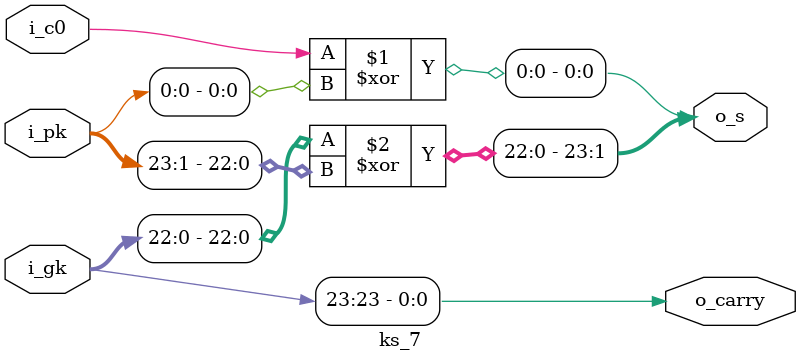
<source format=sv>
module ks_7(
  input  wire        i_c0,
  input  wire [23:0] i_pk,
  input  wire [23:0] i_gk,
  output wire [23:0] o_s,
  output wire        o_carry
);

assign o_carry   = i_gk[23];
assign o_s[0]    = i_c0 ^ i_pk[0];
assign o_s[23:1] = i_gk[22:0] ^ i_pk[23:1];

endmodule

</source>
